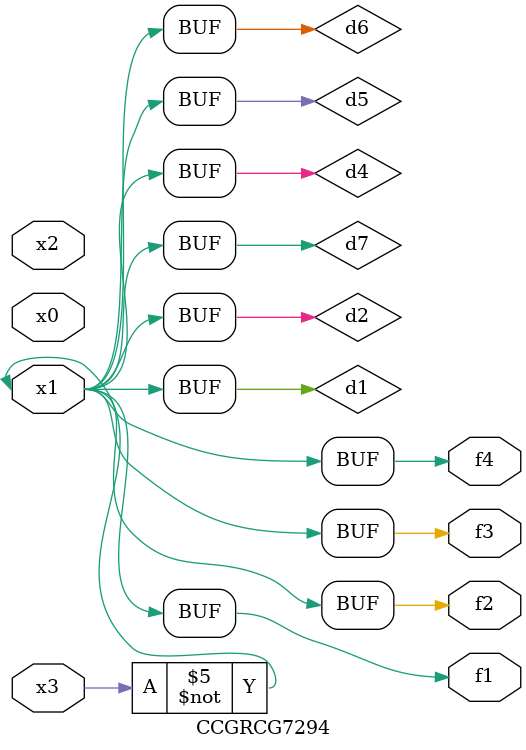
<source format=v>
module CCGRCG7294(
	input x0, x1, x2, x3,
	output f1, f2, f3, f4
);

	wire d1, d2, d3, d4, d5, d6, d7;

	not (d1, x3);
	buf (d2, x1);
	xnor (d3, d1, d2);
	nor (d4, d1);
	buf (d5, d1, d2);
	buf (d6, d4, d5);
	nand (d7, d4);
	assign f1 = d6;
	assign f2 = d7;
	assign f3 = d6;
	assign f4 = d6;
endmodule

</source>
